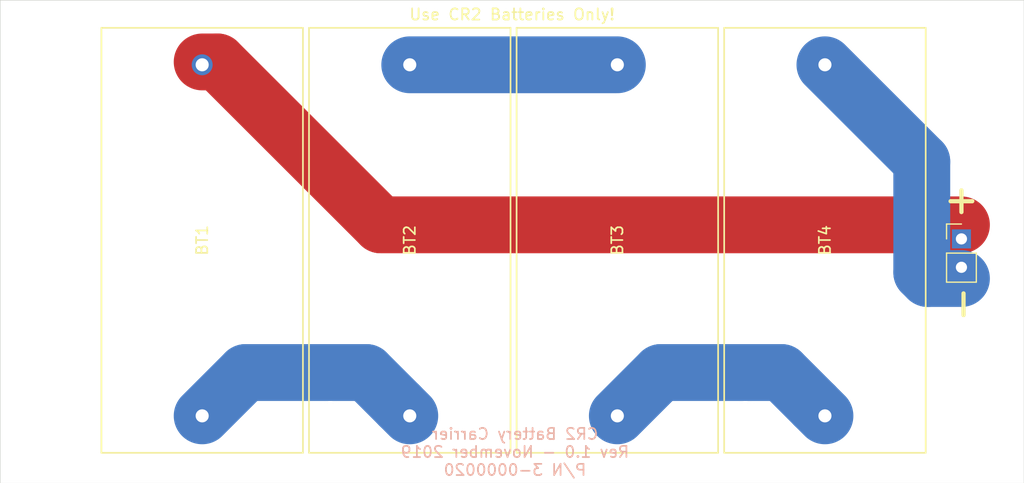
<source format=kicad_pcb>
(kicad_pcb (version 20171130) (host pcbnew "(5.1.7)-1")

  (general
    (thickness 1.6)
    (drawings 8)
    (tracks 17)
    (zones 0)
    (modules 10)
    (nets 6)
  )

  (page A4)
  (title_block
    (title "Battery Pack - NSSL EFM")
    (date 2020-12-18)
    (rev 1.0)
    (company "Leeman Geophysical LLC")
    (comment 1 "(479) 373-3736")
    (comment 2 "Siloam Springs, AR 72761")
    (comment 3 "850 South Lincoln St.")
  )

  (layers
    (0 F.Cu signal hide)
    (31 B.Cu signal)
    (32 B.Adhes user)
    (33 F.Adhes user)
    (34 B.Paste user)
    (35 F.Paste user)
    (36 B.SilkS user)
    (37 F.SilkS user)
    (38 B.Mask user)
    (39 F.Mask user)
    (40 Dwgs.User user)
    (41 Cmts.User user)
    (42 Eco1.User user)
    (43 Eco2.User user)
    (44 Edge.Cuts user)
    (45 Margin user)
    (46 B.CrtYd user)
    (47 F.CrtYd user)
    (48 B.Fab user)
    (49 F.Fab user)
  )

  (setup
    (last_trace_width 0.1524)
    (user_trace_width 0.1524)
    (user_trace_width 0.3048)
    (user_trace_width 0.508)
    (user_trace_width 2.54)
    (user_trace_width 3.81)
    (user_trace_width 5.08)
    (trace_clearance 0.1524)
    (zone_clearance 0.508)
    (zone_45_only no)
    (trace_min 0.1524)
    (via_size 0.508)
    (via_drill 0.254)
    (via_min_size 0.508)
    (via_min_drill 0.254)
    (user_via 0.508 0.254)
    (user_via 1.016 0.508)
    (uvia_size 0.508)
    (uvia_drill 0.254)
    (uvias_allowed no)
    (uvia_min_size 0.508)
    (uvia_min_drill 0.254)
    (edge_width 0.05)
    (segment_width 0.2)
    (pcb_text_width 0.3)
    (pcb_text_size 1.5 1.5)
    (mod_edge_width 0.12)
    (mod_text_size 1 1)
    (mod_text_width 0.15)
    (pad_size 1.524 1.524)
    (pad_drill 0.762)
    (pad_to_mask_clearance 0.0508)
    (aux_axis_origin 0 0)
    (visible_elements 7FFFFFFF)
    (pcbplotparams
      (layerselection 0x010fc_ffffffff)
      (usegerberextensions false)
      (usegerberattributes false)
      (usegerberadvancedattributes false)
      (creategerberjobfile false)
      (excludeedgelayer true)
      (linewidth 0.100000)
      (plotframeref false)
      (viasonmask false)
      (mode 1)
      (useauxorigin false)
      (hpglpennumber 1)
      (hpglpenspeed 20)
      (hpglpendiameter 15.000000)
      (psnegative false)
      (psa4output false)
      (plotreference true)
      (plotvalue true)
      (plotinvisibletext false)
      (padsonsilk false)
      (subtractmaskfromsilk false)
      (outputformat 1)
      (mirror false)
      (drillshape 0)
      (scaleselection 1)
      (outputdirectory "../../Production/GERBERS/"))
  )

  (net 0 "")
  (net 1 "Net-(BT1-Pad2)")
  (net 2 "Net-(BT1-Pad1)")
  (net 3 "Net-(BT2-Pad2)")
  (net 4 "Net-(BT3-Pad2)")
  (net 5 "Net-(BT4-Pad2)")

  (net_class Default "This is the default net class."
    (clearance 0.1524)
    (trace_width 0.1524)
    (via_dia 0.508)
    (via_drill 0.254)
    (uvia_dia 0.508)
    (uvia_drill 0.254)
    (diff_pair_width 0.1524)
    (diff_pair_gap 0.254)
    (add_net "Net-(BT1-Pad1)")
    (add_net "Net-(BT1-Pad2)")
    (add_net "Net-(BT2-Pad2)")
    (add_net "Net-(BT3-Pad2)")
    (add_net "Net-(BT4-Pad2)")
  )

  (module lib_fp:BH-CR2-PC (layer F.Cu) (tedit 5DD55846) (tstamp 5DDD7D15)
    (at 86.614 41.783 90)
    (path /5DFA5142)
    (fp_text reference BT1 (at 0 0 90) (layer F.SilkS)
      (effects (font (size 1 1) (thickness 0.15)))
    )
    (fp_text value CR2 (at 0 -0.5 90) (layer F.Fab)
      (effects (font (size 1 1) (thickness 0.15)))
    )
    (fp_line (start -19 9) (end -19 -9) (layer F.SilkS) (width 0.15))
    (fp_line (start 19 9) (end -19 9) (layer F.SilkS) (width 0.15))
    (fp_line (start 19 -9) (end 19 9) (layer F.SilkS) (width 0.15))
    (fp_line (start -19 -9) (end 19 -9) (layer F.SilkS) (width 0.15))
    (pad 2 thru_hole circle (at -15.695 0 90) (size 1.87 1.87) (drill 1.17) (layers *.Cu *.Mask)
      (net 1 "Net-(BT1-Pad2)"))
    (pad 1 thru_hole circle (at 15.695 0 90) (size 1.87 1.87) (drill 1.17) (layers *.Cu *.Mask)
      (net 2 "Net-(BT1-Pad1)"))
    (pad "" np_thru_hole circle (at -8.66 0 90) (size 3.18 3.18) (drill 3.18) (layers *.Cu *.Mask))
    (pad "" np_thru_hole circle (at 8.66 0 90) (size 3.18 3.18) (drill 3.18) (layers *.Cu *.Mask))
    (pad "" np_thru_hole circle (at 15.695 7.11 90) (size 2.36 2.36) (drill 2.36) (layers *.Cu *.Mask))
  )

  (module lib_fp:BH-CR2-PC (layer F.Cu) (tedit 5DD55846) (tstamp 5DDD7D22)
    (at 105.156 41.783 270)
    (path /5DFA3E58)
    (fp_text reference BT2 (at 0 0 90) (layer F.SilkS)
      (effects (font (size 1 1) (thickness 0.15)))
    )
    (fp_text value CR2 (at 0 -0.5 90) (layer F.Fab)
      (effects (font (size 1 1) (thickness 0.15)))
    )
    (fp_line (start -19 -9) (end 19 -9) (layer F.SilkS) (width 0.15))
    (fp_line (start 19 -9) (end 19 9) (layer F.SilkS) (width 0.15))
    (fp_line (start 19 9) (end -19 9) (layer F.SilkS) (width 0.15))
    (fp_line (start -19 9) (end -19 -9) (layer F.SilkS) (width 0.15))
    (pad "" np_thru_hole circle (at 15.695 7.11 270) (size 2.36 2.36) (drill 2.36) (layers *.Cu *.Mask))
    (pad "" np_thru_hole circle (at 8.66 0 270) (size 3.18 3.18) (drill 3.18) (layers *.Cu *.Mask))
    (pad "" np_thru_hole circle (at -8.66 0 270) (size 3.18 3.18) (drill 3.18) (layers *.Cu *.Mask))
    (pad 1 thru_hole circle (at 15.695 0 270) (size 1.87 1.87) (drill 1.17) (layers *.Cu *.Mask)
      (net 1 "Net-(BT1-Pad2)"))
    (pad 2 thru_hole circle (at -15.695 0 270) (size 1.87 1.87) (drill 1.17) (layers *.Cu *.Mask)
      (net 3 "Net-(BT2-Pad2)"))
  )

  (module lib_fp:BH-CR2-PC (layer F.Cu) (tedit 5DD55846) (tstamp 5DDD7D2F)
    (at 123.698 41.783 90)
    (path /5DFA3982)
    (fp_text reference BT3 (at 0 0 90) (layer F.SilkS)
      (effects (font (size 1 1) (thickness 0.15)))
    )
    (fp_text value CR2 (at 0 -0.5 90) (layer F.Fab)
      (effects (font (size 1 1) (thickness 0.15)))
    )
    (fp_line (start -19 -9) (end 19 -9) (layer F.SilkS) (width 0.15))
    (fp_line (start 19 -9) (end 19 9) (layer F.SilkS) (width 0.15))
    (fp_line (start 19 9) (end -19 9) (layer F.SilkS) (width 0.15))
    (fp_line (start -19 9) (end -19 -9) (layer F.SilkS) (width 0.15))
    (pad "" np_thru_hole circle (at 15.695 7.11 90) (size 2.36 2.36) (drill 2.36) (layers *.Cu *.Mask))
    (pad "" np_thru_hole circle (at 8.66 0 90) (size 3.18 3.18) (drill 3.18) (layers *.Cu *.Mask))
    (pad "" np_thru_hole circle (at -8.66 0 90) (size 3.18 3.18) (drill 3.18) (layers *.Cu *.Mask))
    (pad 1 thru_hole circle (at 15.695 0 90) (size 1.87 1.87) (drill 1.17) (layers *.Cu *.Mask)
      (net 3 "Net-(BT2-Pad2)"))
    (pad 2 thru_hole circle (at -15.695 0 90) (size 1.87 1.87) (drill 1.17) (layers *.Cu *.Mask)
      (net 4 "Net-(BT3-Pad2)"))
  )

  (module lib_fp:BH-CR2-PC (layer F.Cu) (tedit 5DD55846) (tstamp 5DDD7D3C)
    (at 142.24 41.783 270)
    (path /5DFA2F96)
    (fp_text reference BT4 (at 0 0 90) (layer F.SilkS)
      (effects (font (size 1 1) (thickness 0.15)))
    )
    (fp_text value CR2 (at 0 -0.5 90) (layer F.Fab)
      (effects (font (size 1 1) (thickness 0.15)))
    )
    (fp_line (start -19 9) (end -19 -9) (layer F.SilkS) (width 0.15))
    (fp_line (start 19 9) (end -19 9) (layer F.SilkS) (width 0.15))
    (fp_line (start 19 -9) (end 19 9) (layer F.SilkS) (width 0.15))
    (fp_line (start -19 -9) (end 19 -9) (layer F.SilkS) (width 0.15))
    (pad 2 thru_hole circle (at -15.695 0 270) (size 1.87 1.87) (drill 1.17) (layers *.Cu *.Mask)
      (net 5 "Net-(BT4-Pad2)"))
    (pad 1 thru_hole circle (at 15.695 0 270) (size 1.87 1.87) (drill 1.17) (layers *.Cu *.Mask)
      (net 4 "Net-(BT3-Pad2)"))
    (pad "" np_thru_hole circle (at -8.66 0 270) (size 3.18 3.18) (drill 3.18) (layers *.Cu *.Mask))
    (pad "" np_thru_hole circle (at 8.66 0 270) (size 3.18 3.18) (drill 3.18) (layers *.Cu *.Mask))
    (pad "" np_thru_hole circle (at 15.695 7.11 270) (size 2.36 2.36) (drill 2.36) (layers *.Cu *.Mask))
  )

  (module Mounting_Holes:MountingHole_3.2mm_M3_ISO7380 locked (layer F.Cu) (tedit 56D1B4CB) (tstamp 5DDD7FDD)
    (at 72.39 24.13)
    (descr "Mounting Hole 3.2mm, no annular, M3, ISO7380")
    (tags "mounting hole 3.2mm no annular m3 iso7380")
    (path /5DFA9DBE)
    (attr virtual)
    (fp_text reference H1 (at 0 -3.85) (layer F.SilkS) hide
      (effects (font (size 1 1) (thickness 0.15)))
    )
    (fp_text value MountingHole (at 0 3.85) (layer F.Fab)
      (effects (font (size 1 1) (thickness 0.15)))
    )
    (fp_circle (center 0 0) (end 2.85 0) (layer Cmts.User) (width 0.15))
    (fp_circle (center 0 0) (end 3.1 0) (layer F.CrtYd) (width 0.05))
    (fp_text user %R (at 0.3 0) (layer F.Fab)
      (effects (font (size 1 1) (thickness 0.15)))
    )
    (pad 1 np_thru_hole circle (at 0 0) (size 3.2 3.2) (drill 3.2) (layers *.Cu *.Mask))
  )

  (module Mounting_Holes:MountingHole_3.2mm_M3_ISO7380 locked (layer F.Cu) (tedit 56D1B4CB) (tstamp 5DDD7D4C)
    (at 72.39 59.69)
    (descr "Mounting Hole 3.2mm, no annular, M3, ISO7380")
    (tags "mounting hole 3.2mm no annular m3 iso7380")
    (path /5DFAA833)
    (attr virtual)
    (fp_text reference H2 (at 0 -3.85) (layer F.SilkS) hide
      (effects (font (size 1 1) (thickness 0.15)))
    )
    (fp_text value MountingHole (at 0 3.85) (layer F.Fab)
      (effects (font (size 1 1) (thickness 0.15)))
    )
    (fp_circle (center 0 0) (end 3.1 0) (layer F.CrtYd) (width 0.05))
    (fp_circle (center 0 0) (end 2.85 0) (layer Cmts.User) (width 0.15))
    (fp_text user %R (at 0.3 0) (layer F.Fab)
      (effects (font (size 1 1) (thickness 0.15)))
    )
    (pad 1 np_thru_hole circle (at 0 0) (size 3.2 3.2) (drill 3.2) (layers *.Cu *.Mask))
  )

  (module Mounting_Holes:MountingHole_3.2mm_M3_ISO7380 locked (layer F.Cu) (tedit 56D1B4CB) (tstamp 5DDD7D54)
    (at 156.21 24.13)
    (descr "Mounting Hole 3.2mm, no annular, M3, ISO7380")
    (tags "mounting hole 3.2mm no annular m3 iso7380")
    (path /5DFAB149)
    (attr virtual)
    (fp_text reference H3 (at 0 -3.85) (layer F.SilkS) hide
      (effects (font (size 1 1) (thickness 0.15)))
    )
    (fp_text value MountingHole (at 0 3.85) (layer F.Fab)
      (effects (font (size 1 1) (thickness 0.15)))
    )
    (fp_circle (center 0 0) (end 2.85 0) (layer Cmts.User) (width 0.15))
    (fp_circle (center 0 0) (end 3.1 0) (layer F.CrtYd) (width 0.05))
    (fp_text user %R (at 0.3 0) (layer F.Fab)
      (effects (font (size 1 1) (thickness 0.15)))
    )
    (pad 1 np_thru_hole circle (at 0 0) (size 3.2 3.2) (drill 3.2) (layers *.Cu *.Mask))
  )

  (module Mounting_Holes:MountingHole_3.2mm_M3_ISO7380 locked (layer F.Cu) (tedit 56D1B4CB) (tstamp 5DDD7D5C)
    (at 156.21 59.69)
    (descr "Mounting Hole 3.2mm, no annular, M3, ISO7380")
    (tags "mounting hole 3.2mm no annular m3 iso7380")
    (path /5DFAB151)
    (attr virtual)
    (fp_text reference H4 (at 0 -3.85) (layer F.SilkS) hide
      (effects (font (size 1 1) (thickness 0.15)))
    )
    (fp_text value MountingHole (at 0 3.85) (layer F.Fab)
      (effects (font (size 1 1) (thickness 0.15)))
    )
    (fp_circle (center 0 0) (end 3.1 0) (layer F.CrtYd) (width 0.05))
    (fp_circle (center 0 0) (end 2.85 0) (layer Cmts.User) (width 0.15))
    (fp_text user %R (at 0.3 0) (layer F.Fab)
      (effects (font (size 1 1) (thickness 0.15)))
    )
    (pad 1 np_thru_hole circle (at 0 0) (size 3.2 3.2) (drill 3.2) (layers *.Cu *.Mask))
  )

  (module Pin_Headers:Pin_Header_Straight_1x02_Pitch2.54mm (layer F.Cu) (tedit 59650532) (tstamp 5DDD7F55)
    (at 154.432 41.656)
    (descr "Through hole straight pin header, 1x02, 2.54mm pitch, single row")
    (tags "Through hole pin header THT 1x02 2.54mm single row")
    (path /5DFA6E85)
    (fp_text reference J1 (at 0 -2.33) (layer F.SilkS) hide
      (effects (font (size 1 1) (thickness 0.15)))
    )
    (fp_text value Conn_01x02 (at 0 4.87) (layer F.Fab)
      (effects (font (size 1 1) (thickness 0.15)))
    )
    (fp_line (start -0.635 -1.27) (end 1.27 -1.27) (layer F.Fab) (width 0.1))
    (fp_line (start 1.27 -1.27) (end 1.27 3.81) (layer F.Fab) (width 0.1))
    (fp_line (start 1.27 3.81) (end -1.27 3.81) (layer F.Fab) (width 0.1))
    (fp_line (start -1.27 3.81) (end -1.27 -0.635) (layer F.Fab) (width 0.1))
    (fp_line (start -1.27 -0.635) (end -0.635 -1.27) (layer F.Fab) (width 0.1))
    (fp_line (start -1.33 3.87) (end 1.33 3.87) (layer F.SilkS) (width 0.12))
    (fp_line (start -1.33 1.27) (end -1.33 3.87) (layer F.SilkS) (width 0.12))
    (fp_line (start 1.33 1.27) (end 1.33 3.87) (layer F.SilkS) (width 0.12))
    (fp_line (start -1.33 1.27) (end 1.33 1.27) (layer F.SilkS) (width 0.12))
    (fp_line (start -1.33 0) (end -1.33 -1.33) (layer F.SilkS) (width 0.12))
    (fp_line (start -1.33 -1.33) (end 0 -1.33) (layer F.SilkS) (width 0.12))
    (fp_line (start -1.8 -1.8) (end -1.8 4.35) (layer F.CrtYd) (width 0.05))
    (fp_line (start -1.8 4.35) (end 1.8 4.35) (layer F.CrtYd) (width 0.05))
    (fp_line (start 1.8 4.35) (end 1.8 -1.8) (layer F.CrtYd) (width 0.05))
    (fp_line (start 1.8 -1.8) (end -1.8 -1.8) (layer F.CrtYd) (width 0.05))
    (fp_text user %R (at 0 1.27 90) (layer F.Fab)
      (effects (font (size 1 1) (thickness 0.15)))
    )
    (pad 2 thru_hole oval (at 0 2.54) (size 1.7 1.7) (drill 1) (layers *.Cu *.Mask)
      (net 5 "Net-(BT4-Pad2)"))
    (pad 1 thru_hole rect (at 0 0) (size 1.7 1.7) (drill 1) (layers *.Cu *.Mask)
      (net 2 "Net-(BT1-Pad1)"))
    (model ${KISYS3DMOD}/Pin_Headers.3dshapes/Pin_Header_Straight_1x02_Pitch2.54mm.wrl
      (at (xyz 0 0 0))
      (scale (xyz 1 1 1))
      (rotate (xyz 0 0 0))
    )
  )

  (module lib_fp:barepcb (layer F.Cu) (tedit 5FDCBE64) (tstamp 5FDD1E8F)
    (at 72.136 16.51)
    (path /5FDCC3D1)
    (fp_text reference PCB1 (at 0 0.5) (layer Dwgs.User)
      (effects (font (size 1 1) (thickness 0.15)))
    )
    (fp_text value barepcb (at 0 -0.5) (layer F.Fab)
      (effects (font (size 1 1) (thickness 0.15)))
    )
    (fp_line (start -3.5 -1.5) (end 3.5 -1.5) (layer F.CrtYd) (width 0.12))
    (fp_line (start 3.5 -1.5) (end 3.5 1.5) (layer F.CrtYd) (width 0.12))
    (fp_line (start 3.5 1.5) (end -3.5 1.5) (layer F.CrtYd) (width 0.12))
    (fp_line (start -3.5 1.5) (end -3.5 -1.5) (layer F.CrtYd) (width 0.12))
  )

  (gr_text "CR2 Battery Carrier\nRev 1.0 - November 2019\nP/N 3-0000020" (at 114.554 60.706) (layer B.SilkS)
    (effects (font (size 1 1) (thickness 0.15)) (justify mirror))
  )
  (gr_text "Use CR2 Batteries Only!" (at 114.3 21.59) (layer F.SilkS)
    (effects (font (size 1 1) (thickness 0.15)))
  )
  (gr_text - (at 154.432 47.498 90) (layer F.SilkS) (tstamp 5DDD8069)
    (effects (font (size 2.54 2.54) (thickness 0.381)))
  )
  (gr_text + (at 154.432 38.1) (layer F.SilkS)
    (effects (font (size 2.54 2.54) (thickness 0.381)))
  )
  (gr_line (start 160.02 63.5) (end 68.58 63.5) (layer Edge.Cuts) (width 0.05) (tstamp 5DDD7FCC))
  (gr_line (start 160.02 20.32) (end 160.02 63.5) (layer Edge.Cuts) (width 0.05))
  (gr_line (start 68.58 20.32) (end 160.02 20.32) (layer Edge.Cuts) (width 0.05))
  (gr_line (start 68.58 63.5) (end 68.58 20.32) (layer Edge.Cuts) (width 0.05))

  (segment (start 104.221001 56.543001) (end 105.156 57.478) (width 5.08) (layer B.Cu) (net 1) (status 20))
  (segment (start 101.283599 53.605599) (end 104.221001 56.543001) (width 5.08) (layer B.Cu) (net 1))
  (segment (start 90.486401 53.605599) (end 101.283599 53.605599) (width 5.08) (layer B.Cu) (net 1))
  (segment (start 86.614 57.478) (end 90.486401 53.605599) (width 5.08) (layer B.Cu) (net 1) (status 10))
  (segment (start 152.731647 40.399599) (end 154.432 40.399599) (width 5.08) (layer F.Cu) (net 2))
  (segment (start 102.558445 40.399599) (end 152.731647 40.399599) (width 5.08) (layer F.Cu) (net 2))
  (segment (start 86.614 25.834) (end 87.992846 25.834) (width 5.08) (layer F.Cu) (net 2) (status 10))
  (segment (start 87.992846 25.834) (end 102.558445 40.399599) (width 5.08) (layer F.Cu) (net 2))
  (segment (start 105.156 26.088) (end 123.698 26.088) (width 5.08) (layer B.Cu) (net 3) (status 30))
  (segment (start 141.305001 56.543001) (end 142.24 57.478) (width 5.08) (layer B.Cu) (net 4) (status 20))
  (segment (start 138.367599 53.605599) (end 141.305001 56.543001) (width 5.08) (layer B.Cu) (net 4))
  (segment (start 127.570401 53.605599) (end 138.367599 53.605599) (width 5.08) (layer B.Cu) (net 4))
  (segment (start 123.698 57.478) (end 127.570401 53.605599) (width 5.08) (layer B.Cu) (net 4) (status 10))
  (segment (start 151.428079 45.198401) (end 154.432 45.198401) (width 5.08) (layer B.Cu) (net 5))
  (segment (start 150.889599 44.659921) (end 151.428079 45.198401) (width 5.08) (layer B.Cu) (net 5))
  (segment (start 142.24 26.088) (end 150.889599 34.737599) (width 5.08) (layer B.Cu) (net 5) (status 10))
  (segment (start 150.889599 34.737599) (end 150.889599 44.659921) (width 5.08) (layer B.Cu) (net 5))

)

</source>
